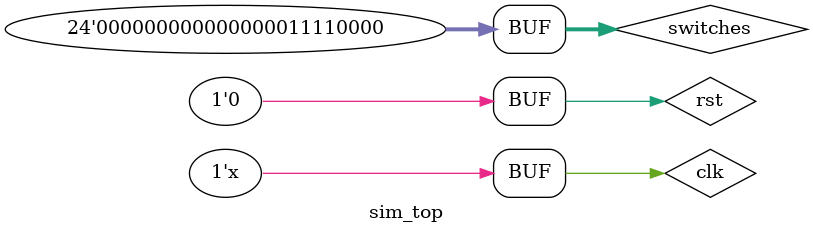
<source format=v>
`timescale 1ns / 1ps


module sim_top(

    );
  reg clk;
  reg rst;
  reg [23:0] switches;
  minisys1a spoc(
    .clk(clk),
    .rst(rst),
    .switches_in(switches)
  );
  
  initial begin
    clk = 0;
    rst = 1;
    switches = 24'h00_00F0;
    
    #500 rst = 0;
  end
  
  always #1 clk = ~clk;
endmodule

</source>
